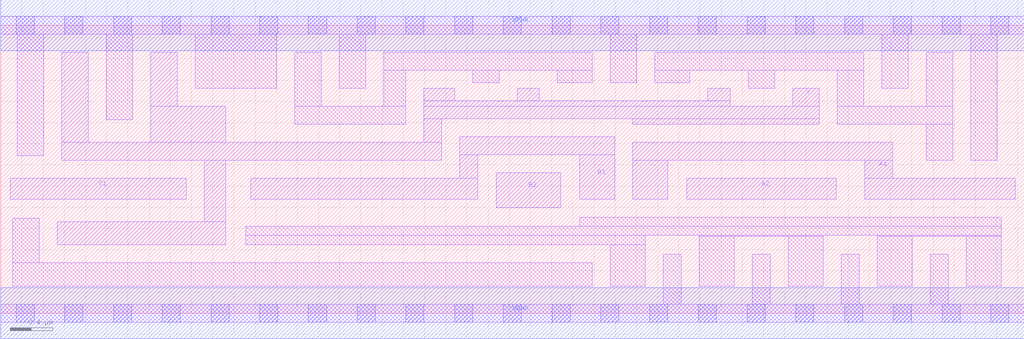
<source format=lef>
# Copyright 2020 The SkyWater PDK Authors
#
# Licensed under the Apache License, Version 2.0 (the "License");
# you may not use this file except in compliance with the License.
# You may obtain a copy of the License at
#
#     https://www.apache.org/licenses/LICENSE-2.0
#
# Unless required by applicable law or agreed to in writing, software
# distributed under the License is distributed on an "AS IS" BASIS,
# WITHOUT WARRANTIES OR CONDITIONS OF ANY KIND, either express or implied.
# See the License for the specific language governing permissions and
# limitations under the License.
#
# SPDX-License-Identifier: Apache-2.0

VERSION 5.7 ;
  NAMESCASESENSITIVE ON ;
  NOWIREEXTENSIONATPIN ON ;
  DIVIDERCHAR "/" ;
  BUSBITCHARS "[]" ;
UNITS
  DATABASE MICRONS 200 ;
END UNITS
MACRO sky130_fd_sc_hd__o221ai_4
  CLASS CORE ;
  FOREIGN sky130_fd_sc_hd__o221ai_4 ;
  ORIGIN  0.000000  0.000000 ;
  SIZE  9.660000 BY  2.720000 ;
  SYMMETRY X Y R90 ;
  SITE unithd ;
  PIN A1
    ANTENNAGATEAREA  0.990000 ;
    DIRECTION INPUT ;
    USE SIGNAL ;
    PORT
      LAYER li1 ;
        RECT 5.965000 1.075000 6.295000 1.445000 ;
        RECT 5.965000 1.445000 8.420000 1.615000 ;
        RECT 8.155000 1.075000 9.575000 1.275000 ;
        RECT 8.155000 1.275000 8.420000 1.445000 ;
    END
  END A1
  PIN A2
    ANTENNAGATEAREA  0.990000 ;
    DIRECTION INPUT ;
    USE SIGNAL ;
    PORT
      LAYER li1 ;
        RECT 6.475000 1.075000 7.885000 1.275000 ;
    END
  END A2
  PIN B1
    ANTENNAGATEAREA  0.990000 ;
    DIRECTION INPUT ;
    USE SIGNAL ;
    PORT
      LAYER li1 ;
        RECT 2.360000 1.075000 4.505000 1.275000 ;
        RECT 4.335000 1.275000 4.505000 1.495000 ;
        RECT 4.335000 1.495000 5.795000 1.665000 ;
        RECT 5.465000 1.075000 5.795000 1.495000 ;
    END
  END B1
  PIN B2
    ANTENNAGATEAREA  0.990000 ;
    DIRECTION INPUT ;
    USE SIGNAL ;
    PORT
      LAYER li1 ;
        RECT 4.675000 0.995000 5.285000 1.325000 ;
    END
  END B2
  PIN C1
    ANTENNAGATEAREA  0.990000 ;
    DIRECTION INPUT ;
    USE SIGNAL ;
    PORT
      LAYER li1 ;
        RECT 0.090000 1.075000 1.750000 1.275000 ;
    END
  END C1
  PIN Y
    ANTENNADIFFAREA  1.971000 ;
    DIRECTION OUTPUT ;
    USE SIGNAL ;
    PORT
      LAYER li1 ;
        RECT 0.535000 0.645000 2.125000 0.865000 ;
        RECT 0.575000 1.445000 4.165000 1.615000 ;
        RECT 0.575000 1.615000 0.825000 2.465000 ;
        RECT 1.415000 1.615000 2.125000 1.955000 ;
        RECT 1.415000 1.955000 1.665000 2.465000 ;
        RECT 1.920000 0.865000 2.125000 1.445000 ;
        RECT 3.995000 1.615000 4.165000 1.835000 ;
        RECT 3.995000 1.835000 7.725000 1.955000 ;
        RECT 3.995000 1.955000 6.885000 2.005000 ;
        RECT 3.995000 2.005000 4.285000 2.125000 ;
        RECT 4.875000 2.005000 5.085000 2.125000 ;
        RECT 5.965000 1.785000 7.725000 1.835000 ;
        RECT 6.675000 2.005000 6.885000 2.125000 ;
        RECT 7.475000 1.955000 7.725000 2.125000 ;
    END
  END Y
  PIN VGND
    DIRECTION INOUT ;
    SHAPE ABUTMENT ;
    USE GROUND ;
    PORT
      LAYER met1 ;
        RECT 0.000000 -0.240000 9.660000 0.240000 ;
    END
  END VGND
  PIN VPWR
    DIRECTION INOUT ;
    SHAPE ABUTMENT ;
    USE POWER ;
    PORT
      LAYER met1 ;
        RECT 0.000000 2.480000 9.660000 2.960000 ;
    END
  END VPWR
  OBS
    LAYER li1 ;
      RECT 0.000000 -0.085000 9.660000 0.085000 ;
      RECT 0.000000  2.635000 9.660000 2.805000 ;
      RECT 0.115000  0.255000 5.585000 0.475000 ;
      RECT 0.115000  0.475000 0.365000 0.895000 ;
      RECT 0.155000  1.485000 0.405000 2.635000 ;
      RECT 0.995000  1.825000 1.245000 2.635000 ;
      RECT 1.835000  2.125000 2.605000 2.635000 ;
      RECT 2.315000  0.645000 6.085000 0.735000 ;
      RECT 2.315000  0.735000 9.445000 0.820000 ;
      RECT 2.775000  1.785000 3.825000 1.955000 ;
      RECT 2.775000  1.955000 3.025000 2.465000 ;
      RECT 3.195000  2.125000 3.445000 2.635000 ;
      RECT 3.615000  1.955000 3.825000 2.295000 ;
      RECT 3.615000  2.295000 5.585000 2.465000 ;
      RECT 4.455000  2.175000 4.705000 2.295000 ;
      RECT 5.255000  2.175000 5.585000 2.295000 ;
      RECT 5.465000  0.820000 9.445000 0.905000 ;
      RECT 5.755000  0.255000 6.085000 0.645000 ;
      RECT 5.755000  2.175000 6.005000 2.635000 ;
      RECT 6.175000  2.175000 6.505000 2.295000 ;
      RECT 6.175000  2.295000 8.145000 2.465000 ;
      RECT 6.255000  0.085000 6.425000 0.555000 ;
      RECT 6.595000  0.255000 6.925000 0.725000 ;
      RECT 6.595000  0.725000 7.765000 0.735000 ;
      RECT 7.055000  2.125000 7.305000 2.295000 ;
      RECT 7.095000  0.085000 7.265000 0.555000 ;
      RECT 7.435000  0.255000 7.765000 0.725000 ;
      RECT 7.895000  1.785000 8.985000 1.955000 ;
      RECT 7.895000  1.955000 8.145000 2.295000 ;
      RECT 7.935000  0.085000 8.105000 0.555000 ;
      RECT 8.275000  0.255000 8.605000 0.725000 ;
      RECT 8.275000  0.725000 9.445000 0.735000 ;
      RECT 8.315000  2.125000 8.565000 2.635000 ;
      RECT 8.735000  1.445000 8.985000 1.785000 ;
      RECT 8.735000  1.955000 8.985000 2.465000 ;
      RECT 8.775000  0.085000 8.945000 0.555000 ;
      RECT 9.115000  0.255000 9.445000 0.725000 ;
      RECT 9.155000  1.445000 9.405000 2.635000 ;
    LAYER mcon ;
      RECT 0.145000 -0.085000 0.315000 0.085000 ;
      RECT 0.145000  2.635000 0.315000 2.805000 ;
      RECT 0.605000 -0.085000 0.775000 0.085000 ;
      RECT 0.605000  2.635000 0.775000 2.805000 ;
      RECT 1.065000 -0.085000 1.235000 0.085000 ;
      RECT 1.065000  2.635000 1.235000 2.805000 ;
      RECT 1.525000 -0.085000 1.695000 0.085000 ;
      RECT 1.525000  2.635000 1.695000 2.805000 ;
      RECT 1.985000 -0.085000 2.155000 0.085000 ;
      RECT 1.985000  2.635000 2.155000 2.805000 ;
      RECT 2.445000 -0.085000 2.615000 0.085000 ;
      RECT 2.445000  2.635000 2.615000 2.805000 ;
      RECT 2.905000 -0.085000 3.075000 0.085000 ;
      RECT 2.905000  2.635000 3.075000 2.805000 ;
      RECT 3.365000 -0.085000 3.535000 0.085000 ;
      RECT 3.365000  2.635000 3.535000 2.805000 ;
      RECT 3.825000 -0.085000 3.995000 0.085000 ;
      RECT 3.825000  2.635000 3.995000 2.805000 ;
      RECT 4.285000 -0.085000 4.455000 0.085000 ;
      RECT 4.285000  2.635000 4.455000 2.805000 ;
      RECT 4.745000 -0.085000 4.915000 0.085000 ;
      RECT 4.745000  2.635000 4.915000 2.805000 ;
      RECT 5.205000 -0.085000 5.375000 0.085000 ;
      RECT 5.205000  2.635000 5.375000 2.805000 ;
      RECT 5.665000 -0.085000 5.835000 0.085000 ;
      RECT 5.665000  2.635000 5.835000 2.805000 ;
      RECT 6.125000 -0.085000 6.295000 0.085000 ;
      RECT 6.125000  2.635000 6.295000 2.805000 ;
      RECT 6.585000 -0.085000 6.755000 0.085000 ;
      RECT 6.585000  2.635000 6.755000 2.805000 ;
      RECT 7.045000 -0.085000 7.215000 0.085000 ;
      RECT 7.045000  2.635000 7.215000 2.805000 ;
      RECT 7.505000 -0.085000 7.675000 0.085000 ;
      RECT 7.505000  2.635000 7.675000 2.805000 ;
      RECT 7.965000 -0.085000 8.135000 0.085000 ;
      RECT 7.965000  2.635000 8.135000 2.805000 ;
      RECT 8.425000 -0.085000 8.595000 0.085000 ;
      RECT 8.425000  2.635000 8.595000 2.805000 ;
      RECT 8.885000 -0.085000 9.055000 0.085000 ;
      RECT 8.885000  2.635000 9.055000 2.805000 ;
      RECT 9.345000 -0.085000 9.515000 0.085000 ;
      RECT 9.345000  2.635000 9.515000 2.805000 ;
  END
END sky130_fd_sc_hd__o221ai_4
END LIBRARY

</source>
